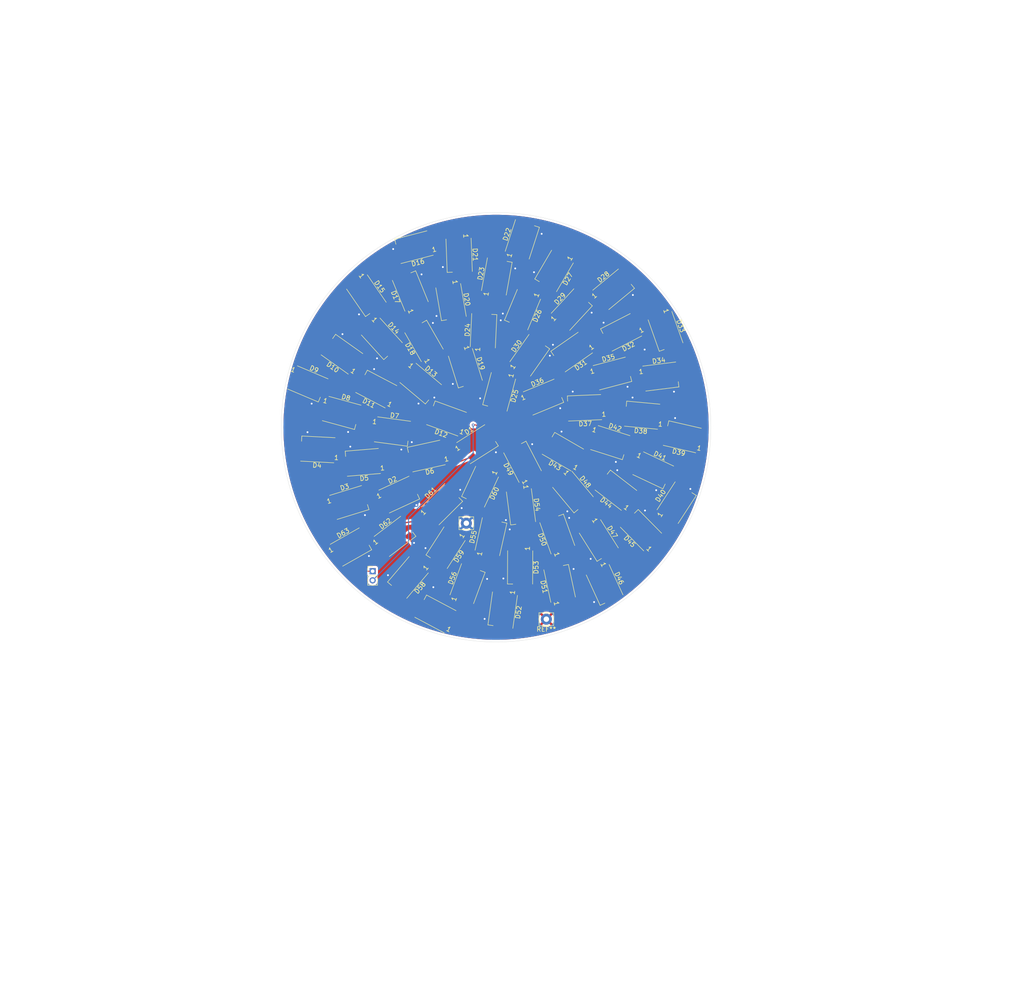
<source format=kicad_pcb>
(kicad_pcb (version 20240108) (generator "pcbnew") (generator_version "8.0")
  (layers (0 "F.Cu" signal) (31 "B.Cu" signal) (34 "B.Paste" user) (35 "F.Paste" user) (36 "B.SilkS" user "B.Silkscreen") (37 "F.SilkS" user "F.Silkscreen") (38 "B.Mask" user) (39 "F.Mask" user) (44 "Edge.Cuts" user))
  (net 0 "")
  (net 1 "GND")
  (net 2 "Net-(D1-DOUT)")
  (net 3 "VCC")
  (net 4 "unconnected-(D1-DIN-Pad4)")
  (net 5 "Net-(D2-DOUT)")
  (net 6 "Net-(D3-DOUT)")
  (net 7 "Net-(D4-DOUT)")
  (net 8 "Net-(D5-DOUT)")
  (net 9 "Net-(D6-DOUT)")
  (net 10 "Net-(D7-DOUT)")
  (net 11 "Net-(D8-DOUT)")
  (net 12 "Net-(D10-DIN)")
  (net 13 "Net-(D10-DOUT)")
  (net 14 "Net-(D11-DOUT)")
  (net 15 "Net-(D12-DOUT)")
  (net 16 "Net-(D13-DOUT)")
  (net 17 "Net-(D14-DOUT)")
  (net 18 "Net-(D15-DOUT)")
  (net 19 "Net-(D16-DOUT)")
  (net 20 "Net-(D17-DOUT)")
  (net 21 "Net-(D18-DOUT)")
  (net 22 "Net-(D19-DOUT)")
  (net 23 "Net-(D20-DOUT)")
  (net 24 "Net-(D21-DOUT)")
  (net 25 "Net-(D22-DOUT)")
  (net 26 "Net-(D23-DOUT)")
  (net 27 "Net-(D24-DOUT)")
  (net 28 "Net-(D25-DOUT)")
  (net 29 "Net-(D26-DOUT)")
  (net 30 "Net-(D27-DOUT)")
  (net 31 "Net-(D28-DOUT)")
  (net 32 "Net-(D29-DOUT)")
  (net 33 "Net-(D30-DOUT)")
  (net 34 "Net-(D31-DOUT)")
  (net 35 "Net-(D32-DOUT)")
  (net 36 "Net-(D33-DOUT)")
  (net 37 "Net-(D34-DOUT)")
  (net 38 "Net-(D35-DOUT)")
  (net 39 "Net-(D36-DOUT)")
  (net 40 "Net-(D37-DOUT)")
  (net 41 "Net-(D38-DOUT)")
  (net 42 "Net-(D39-DOUT)")
  (net 43 "Net-(D40-DOUT)")
  (net 44 "Net-(D41-DOUT)")
  (net 45 "Net-(D42-DOUT)")
  (net 46 "Net-(D43-DOUT)")
  (net 47 "Net-(D44-DOUT)")
  (net 48 "Net-(D45-DOUT)")
  (net 49 "Net-(D46-DOUT)")
  (net 50 "Net-(D47-DOUT)")
  (net 51 "Net-(D48-DOUT)")
  (net 52 "Net-(D49-DOUT)")
  (net 53 "Net-(D50-DOUT)")
  (net 54 "Net-(D51-DOUT)")
  (net 55 "Net-(D52-DOUT)")
  (net 56 "Net-(D53-DOUT)")
  (net 57 "Net-(D54-DOUT)")
  (net 58 "Net-(D55-DOUT)")
  (net 59 "Net-(D56-DOUT)")
  (net 60 "Net-(D57-DOUT)")
  (net 61 "Net-(D58-DOUT)")
  (net 62 "Net-(D59-DOUT)")
  (net 63 "Net-(D60-DOUT)")
  (net 64 "Net-(D61-DOUT)")
  (net 65 "unconnected-(D63-DOUT-Pad2)")
  (net 66 "Net-(D62-DOUT)")
  (footprint "LED_SMD:LED_WS2812B_PLCC4_5.0x5.0mm_P3.2mm" (layer "F.Cu") (at 177.363151 79.239269 -152.812)
    (property "Reference" "D32")
    (property "Value" "WS2812B")
  )
  (footprint "LED_SMD:LED_WS2812B_PLCC4_5.0x5.0mm_P3.2mm" (layer "F.Cu") (at 127.342218 100.935381 -7.636)
    (property "Reference" "D7")
    (property "Value" "WS2812B")
  )
  (footprint "LED_SMD:LED_WS2812B_PLCC4_5.0x5.0mm_P3.2mm" (layer "F.Cu") (at 108.831829 90.516767 -22.972)
    (property "Reference" "D9")
    (property "Value" "WS2812B")
  )
  (footprint "LED_SMD:LED_WS2812B_PLCC4_5.0x5.0mm_P3.2mm" (layer "F.Cu") (at 175.713558 69.803759 39.584)
    (property "Reference" "D28")
    (property "Value" "WS2812B")
  )
  (footprint "LED_SMD:LED_WS2812B_PLCC4_5.0x5.0mm_P3.2mm" (layer "F.Cu") (at 186.034579 88.89779 7.124)
    (property "Reference" "D34")
    (property "Value" "WS2812B")
  )
  (footprint "LED_SMD:LED_WS2812B_PLCC4_5.0x5.0mm_P3.2mm" (layer "F.Cu") (at 116.240892 96.865885 -15.304)
    (property "Reference" "D8")
    (property "Value" "WS2812B")
  )
  (footprint "LED_SMD:LED_WS2812B_PLCC4_5.0x5.0mm_P3.2mm" (layer "F.Cu") (at 138.163374 116.834318 44.888)
    (property "Reference" "D61")
    (property "Value" "WS2812B")
  )
  (footprint "LED_SMD:LED_WS2812B_PLCC4_5.0x5.0mm_P3.2mm" (layer "F.Cu") (at 160.376953 93.399331 22.46)
    (property "Reference" "D36")
    (property "Value" "WS2812B")
  )
  (footprint "LED_SMD:LED_WS2812B_PLCC4_5.0x5.0mm_P3.2mm" (layer "F.Cu") (at 150.680076 92.251613 -105.016)
    (property "Reference" "D25")
    (property "Value" "WS2812B")
  )
  (footprint "LED_SMD:LED_WS2812B_PLCC4_5.0x5.0mm_P3.2mm" (layer "F.Cu") (at 169.368228 95.743036 -177.604)
    (property "Reference" "D37")
    (property "Value" "WS2812B")
  )
  (footprint "LED_SMD:LED_WS2812B_PLCC4_5.0x5.0mm_P3.2mm" (layer "F.Cu") (at 151.450475 140.014323 -97.924)
    (property "Reference" "D52")
    (property "Value" "WS2812B")
  )
  (footprint "LED_SMD:LED_WS2812B_PLCC4_5.0x5.0mm_P3.2mm" (layer "F.Cu") (at 166.565202 74.244533 47.252)
    (property "Reference" "D29")
    (property "Value" "WS2812B")
  )
  (footprint "LED_SMD:LED_WS2812B_PLCC4_5.0x5.0mm_P3.2mm" (layer "F.Cu") (at 134.242194 81.11372 119.84)
    (property "Reference" "D18")
    (property "Value" "WS2812B")
  )
  (footprint "LED_SMD:LED_WS2812B_PLCC4_5.0x5.0mm_P3.2mm" (layer "F.Cu") (at 128.822747 114.731733 24.824)
    (property "Reference" "D2")
    (property "Value" "WS2812B")
  )
  (footprint "LED_SMD:LED_WS2812B_PLCC4_5.0x5.0mm_P3.2mm" (layer "F.Cu") (at 184.374839 109.42711 -25.336)
    (property "Reference" "D41")
    (property "Value" "WS2812B")
  )
  (footprint "LED_SMD:LED_WS2812B_PLCC4_5.0x5.0mm_P3.2mm" (layer "F.Cu") (at 148.890735 123.948267 77.348)
    (property "Reference" "D55")
    (property "Value" "WS2812B")
  )
  (footprint "LED_SMD:LED_WS2812B_PLCC4_5.0x5.0mm_P3.2mm" (layer "F.Cu") (at 164.612234 105.33691 149.936)
    (property "Reference" "D43")
    (property "Value" "WS2812B")
  )
  (footprint "LED_SMD:LED_WS2812B_PLCC4_5.0x5.0mm_P3.2mm" (layer "F.Cu") (at 172.474272 124.782192 -57.796)
    (property "Reference" "D47")
    (property "Value" "WS2812B")
  )
  (footprint "LED_SMD:LED_WS2812B_PLCC4_5.0x5.0mm_P3.2mm" (layer "F.Cu") (at 181.701031 122.52875 134.6)
    (property "Reference" "D45")
    (property "Value" "WS2812B")
  )
  (footprint "Connector_Pin:Pin_D1.2mm_L11.3mm_W3.0mm_Flat" (layer "F.Cu") (at 161 142)
    (property "Reference" "REF**")
    (property "Value" "Pin_D1.2mm_L11.3mm_W3.0mm_Flat")
  )
  (footprint "LED_SMD:LED_WS2812B_PLCC4_5.0x5.0mm_P3.2mm" (layer "F.Cu") (at 189.5 116.5 56.996)
    (property "Reference" "D40")
    (property "Value" "WS2812B")
  )
  (footprint "LED_SMD:LED_WS2812B_PLCC4_5.0x5.0mm_P3.2mm" (layer "F.Cu") (at 175.459905 88.240185 14.792)
    (property "Reference" "D35")
    (property "Value" "WS2812B")
  )
  (footprint "LED_SMD:LED_WS2812B_PLCC4_5.0x5.0mm_P3.2mm" (layer "F.Cu") (at 131.248164 70.190292 112.172)
    (property "Reference" "D17")
    (property "Value" "WS2812B")
  )
  (footprint "LED_SMD:LED_WS2812B_PLCC4_5.0x5.0mm_P3.2mm" (layer "F.Cu") (at 150.165875 67.000416 79.712)
    (property "Reference" "D23")
    (property "Value" "WS2812B")
  )
  (footprint "LED_SMD:LED_WS2812B_PLCC4_5.0x5.0mm_P3.2mm" (layer "F.Cu") (at 166.821343 114.178942 -50.128)
    (property "Reference" "D48")
    (property "Value" "WS2812B")
  )
  (footprint "LED_SMD:LED_WS2812B_PLCC4_5.0x5.0mm_P3.2mm" (layer "F.Cu") (at 120.86933 107.674902 -175.24)
    (property "Reference" "D5")
    (property "Value" "WS2812B")
  )
  (footprint "LED_SMD:LED_WS2812B_PLCC4_5.0x5.0mm_P3.2mm" (layer "F.Cu") (at 155.458579 117.405571 -82.588)
    (property "Reference" "D54")
    (property "Value" "WS2812B")
  )
  (footprint "LED_SMD:LED_WS2812B_PLCC4_5.0x5.0mm_P3.2mm" (layer "F.Cu") (at 147.263846 78.875051 87.38)
    (property "Reference" "D24")
    (property "Value" "WS2812B")
  )
  (footprint "LED_SMD:LED_WS2812B_PLCC4_5.0x5.0mm_P3.2mm" (layer "F.Cu") (at 123.801809 91.63909 152.3)
    (property "Reference" "D11")
    (property "Value" "WS2812B")
  )
  (footprint "LED_SMD:LED_WS2812B_PLCC4_5.0x5.0mm_P3.2mm" (layer "F.Cu") (at 173.746602 134.505055 -65.464)
    (property "Reference" "D46")
    (property "Value" "WS2812B")
  )
  (footprint "LED_SMD:LED_WS2812B_PLCC4_5.0x5.0mm_P3.2mm" (layer "F.Cu") (at 130.726702 132.871568 -130.384)
    (property "Reference" "D58")
    (property "Value" "WS2812B")
  )
  (footprint "LED_SMD:LED_WS2812B_PLCC4_5.0x5.0mm_P3.2mm" (layer "F.Cu") (at 121.637451 71.206496 -55.432)
    (property "Reference" "D15")
    (property "Value" "WS2812B")
  )
  (footprint "LED_SMD:LED_WS2812B_PLCC4_5.0x5.0mm_P3.2mm" (layer "F.Cu") (at 140.153091 72.613171 -80.224)
    (property "Reference" "D20")
    (property "Value" "WS2812B")
  )
  (footprint "LED_SMD:LED_WS2812B_PLCC4_5.0x5.0mm_P3.2mm" (layer "F.Cu") (at 181.961107 97.356593 174.728)
    (property "Reference" "D38")
    (property "Value" "WS2812B")
  )
  (footprint "LED_SMD:LED_WS2812B_PLCC4_5.0x5.0mm_P3.2mm" (layer "F.Cu") (at 163.904701 134.174687 102.14)
    (property "Reference" "D51")
    (property "Value" "WS2812B")
  )
  (footprint "LED_SMD:LED_WS2812B_PLCC4_5.0x5.0mm_P3.2mm" (layer "F.Cu") (at 155.265708 130.663859 -90.256)
    (property "Reference" "D53")
    (property "Value" "WS2812B")
  )
  (footprint "Connector_PinHeader_2.00mm:PinHeader_1x02_P2.00mm_Vertical" (layer "F.Cu") (at 123 131.5)
    (property "Reference" "REF**" (hide yes))
    (property "Value" "PinHeader_1x02_P2.00mm_Vertical")
  )
  (footprint "LED_SMD:LED_WS2812B_PLCC4_5.0x5.0mm_P3.2mm" (layer "F.Cu") (at 139.168183 98.08382 159.968)
    (property "Reference" "D12")
    (property "Value" "WS2812B")
  )
  (footprint "LED_SMD:LED_WS2812B_PLCC4_5.0x5.0mm_P3.2mm" (layer "F.Cu") (at 111.022651 104.849358 177.092)
    (property "Reference" "D4")
    (property "Value" "WS2812B")
  )
  (footprint "LED_SMD:LED_WS2812B_PLCC4_5.0x5.0mm_P3.2mm" (layer "F.Cu") (at 145.944455 103.715179 32.492)
    (property "Reference" "D1")
    (property "Value" "WS2812B")
  )
  (footprint "LED_SMD:LED_WS2812B_PLCC4_5.0x5.0mm_P3.2mm" (layer "F.Cu") (at 190.735404 102.092079 167.06)
    (property "Reference" "D39")
    (property "Value" "WS2812B")
  )
  (footprint "LED_SMD:LED_WS2812B_PLCC4_5.0x5.0mm_P3.2mm" (layer "F.Cu") (at 134.748064 106.295115 -167.572)
    (property "Reference" "D6")
    (property "Value" "WS2812B")
  )
  (footprint "LED_SMD:LED_WS2812B_PLCC4_5.0x5.0mm_P3.2mm" (layer "F.Cu") (at 162.688258 65.794618 -120.352)
    (property "Reference" "D27")
    (property "Value" "WS2812B")
  )
  (footprint "LED_SMD:LED_WS2812B_PLCC4_5.0x5.0mm_P3.2mm" (layer "F.Cu") (at 146.502239 113.010214 -115.048)
    (property "Reference" "D60")
    (property "Value" "WS2812B")
  )
  (footprint "LED_SMD:LED_WS2812B_PLCC4_5.0x5.0mm_P3.2mm" (layer "F.Cu") (at 127.900375 123.882139 37.22)
    (property "Reference" "D62")
    (property "Value" "WS2812B")
  )
  (footprint "LED_SMD:LED_WS2812B_PLCC4_5.0x5.0mm_P3.2mm" (layer "F.Cu") (at 155.796065 107.560134 117.476)
    (property "Reference" "D49")
    (property "Value" "WS2812B")
  )
  (footprint "LED_SMD:LED_WS2812B_PLCC4_5.0x5.0mm_P3.2mm" (layer "F.Cu") (at 143.768409 134.222321 69.68)
    (property "Reference" "D56")
    (property "Value" "WS2812B")
  )
  (footprint "LED_SMD:LED_WS2812B_PLCC4_5.0x5.0mm_P3.2mm" (layer "F.Cu") (at 174.978787 103.363059 -17.668)
    (property "Reference" "D42")
    (property "Value" "WS2812B")
  )
  (footprint "LED_SMD:LED_WS2812B_PLCC4_5.0x5.0mm_P3.2mm" (layer "F.Cu") (at 125.022815 80.650833 -47.764)
    (property "Reference" "D14")
    (property "Value" "WS2812B")
  )
  (footprint "LED_SMD:LED_WS2812B_PLCC4_5.0x5.0mm_P3.2mm" (layer "F.Cu") (at 166.541416 83.541521 -145.144)
    (property "Reference" "D31")
    (property "Value" "WS2812B")
  )
  (footprint "LED_SMD:LED_WS2812B_PLCC4_5.0x5.0mm_P3.2mm" (layer "F.Cu") (at 187.072279 79.008427 -70.48)
    (property "Reference" "D33")
    (property "Value" "WS2812B")
  )
  (footprint "LED_SMD:LED_WS2812B_PLCC4_5.0x5.0mm_P3.2mm" (layer "F.Cu") (at 157.372401 84.247295 54.92)
    (property "Reference" "D30")
    (property "Value" "WS2812B")
  )
  (footprint "LED_SMD:LED_WS2812B_PLCC4_5.0x5.0mm_P3.2mm" (layer "F.Cu") (at 117.909736 116.461014 17.156)
    (property "Reference" "D3")
    (property "Value" "WS2812B")
  )
  (footprint "Connector_Pin:Pin_D1.2mm_L11.3mm_W3.0mm_Flat" (layer "F.Cu") (at 143.5 121)
    (property "Reference" "REF**" (hide yes))
    (property "Value" "Pin_D1.2mm_L11.3mm_W3.0mm_Flat")
  )
  (footprint "LED_SMD:LED_WS2812B_PLCC4_5.0x5.0mm_P3.2mm" (layer "F.Cu") (at 141.924429 62.356472 -87.892)
    (property "Reference" "D21")
    (property "Value" "WS2812B")
  )
  (footprint "LED_SMD:LED_WS2812B_PLCC4_5.0x5.0mm_P3.2mm" (layer "F.Cu") (at 176.216254 113.782524 142.268)
    (property "Reference" "D44")
    (property "Value" "WS2812B")
  )
  (footprint "LED_SMD:LED_WS2812B_PLCC4_5.0x5.0mm_P3.2mm" (layer "F.Cu") (at 155.747456 58.875594 72.044)
    (property "Reference" "D22")
    (property "Value" "WS2812B")
  )
  (footprint "LED_SMD:LED_WS2812B_PLCC4_5.0x5.0mm_P3.2mm" (layer "F.Cu") (at 136.734307 140.856717 152.012)
    (property "Reference" "D57" (hide yes))
    (property "Value" "WS2812B")
  )
  (footprint "LED_SMD:LED_WS2812B_PLCC4_5.0x5.0mm_P3.2mm" (layer "F.Cu") (at 116.294119 84.018334 144.632)
    (property "Reference" "D10")
    (property "Value" "WS2812B")
  )
  (footprint "LED_SMD:LED_WS2812B_PLCC4_5.0x5.0mm_P3.2mm" (layer "F.Cu") (at 138.963891 126.361986 -122.716)
    (property "Reference" "D59")
    (property "Value" "WS2812B")
  )
  (footprint "LED_SMD:LED_WS2812B_PLCC4_5.0x5.0mm_P3.2mm" (layer "F.Cu") (at 143.293422 87.085983 -72.556)
    (property "Reference" "D19")
    (property "Value" "WS2812B")
  )
  (footprint "LED_SMD:LED_WS2812B_PLCC4_5.0x5.0mm_P3.2mm" (layer "F.Cu") (at 155.791713 74.266635 -112.684)
    (property "Reference" "D26")
    (property "Value" "WS2812B")
  )
  (footprint "LED_SMD:LED_WS2812B_PLCC4_5.0x5.0mm_P3.2mm" (layer "F.Cu") (at 132.03811 60.593521 -165.496)
    (property "Reference" "D16")
    (property "Value" "WS2812B")
  )
  (footprint "LED_SMD:LED_WS2812B_PLCC4_5.0x5.0mm_P3.2mm" (layer "F.Cu") (at 163.393923 123.379538 109.808)
    (property "Reference" "D50")
    (property "Value" "WS2812B")
  )
  (footprint "LED_SMD:LED_WS2812B_PLCC4_5.0x5.0mm_P3.2mm" (layer "F.Cu") (at 118.26507 126.208666 29.552)
    (property "Reference" "D63")
    (property "Value" "WS2812B")
  )
  (footprint "LED_SMD:LED_WS2812B_PLCC4_5.0x5.0mm_P3.2mm" (layer "F.Cu") (at 133.515984 90.446087 -40.096)
    (property "Reference" "D13")
    (property "Value" "WS2812B")
  )
  (gr_circle (center 150 100) (end 197 100) (stroke (width 0.05)) (fill none) (layer "Edge.Cuts"))
  (segment (start 178.653146 69.514238) (end 179.927563 71.05562) (width 0.8) (layer "F.Cu") (net 1))
  (segment (start 148.897298 103.790803) (end 149.971661 105.477735) (width 0.8) (layer "F.Cu") (net 1))
  (segment (start 146.16652 132.497774) (end 148.042055 133.1923) (width 0.8) (layer "F.Cu") (net 1))
  (segment (start 163.318437 102.681521) (end 164.320371 100.950589) (width 0.8) (layer "F.Cu") (net 1))
  (segment (start 134.327436 93.286254) (end 133.039296 94.816186) (width 0.8) (layer "F.Cu") (net 1))
  (segment (start 158.072392 57.053598) (end 159.974979 57.670171) (width 0.8) (layer "F.Cu") (net 1))
  (segment (start 131.739094 115.200687) (end 132.578758 117.01589) (width 0.8) (layer "F.Cu") (net 1))
  (segment (start 148.45165 94.190458) (end 146.519943 93.672281) (width 0.8) (layer "F.Cu") (net 1))
  (segment (start 110.443569 92.992104) (end 109.663007 94.833495) (width 0.8) (layer "F.Cu") (net 1))
  (segment (start 163.587967 83.58776) (end 162.444936 81.946578) (width 0.8) (layer "F.Cu") (net 1))
  (segment (start 156.129578 104.625212) (end 157.903986 103.702458) (width 0.8) (layer "F.Cu") (net 1))
  (segment (start 188.717107 99.935351) (end 189.164968 97.986141) (width 0.8) (layer "F.Cu") (net 1))
  (segment (start 135.345167 135.938573) (end 135.345167 138.249939) (width 0.2) (layer "F.Cu") (net 1))
  (segment (start 164.116068 120.515362) (end 165.997734 119.837624) (width 0.8) (layer "F.Cu") (net 1))
  (segment (start 172.383806 127.734617) (end 170.691495 128.800487) (width 0.8) (layer "F.Cu") (net 1))
  (segment (start 118.290859 106.233899) (end 118.124895 104.240797) (width 0.8) (layer "F.Cu") (net 1))
  (segment (start 129.551241 102.896303) (end 129.285483 104.878567) (width 0.8) (layer "F.Cu") (net 1))
  (segment (start 136.251483 127.531533) (end 134.568764 126.450583) (width 0.8) (layer "F.Cu") (net 1))
  (segment (start 132.000374 105.21105) (end 131.569949 103.257916) (width 0.8) (layer "F.Cu") (net 1))
  (segment (start 176.812447 105.678808) (end 176.205446 107.58447) (width 0.8) (layer "F.Cu") (net 1))
  (segment (start 136.28374 135) (end 135.345167 135.938573) (width 0.2) (layer "F.Cu") (net 1))
  (segment (start 137.431604 95.694408) (end 137.431604 94.431604) (width 0.8) (layer "F.Cu") (net 1))
  (segment (start 143.970141 114.531227) (end 142.158235 113.684473) (width 0.8) (layer "F.Cu") (net 1))
  (segment (start 125.44804 83.573877) (end 123.967276 84.918248) (width 0.8) (layer "F.Cu") (net 1))
  (segment (start 131.851554 67.298766) (end 133.703664 66.54399) (width 0.8) (layer "F.Cu") (net 1))
  (segment (start 130.849403 123.714116) (end 132.059157 125.306753) (width 0.8) (layer "F.Cu") (net 1))
  (segment (start 153.604778 133.106462) (end 151.604798 133.097526) (width 0.8) (layer "F.Cu") (net 1))
  (segment (start 160.026399 67.075051) (end 158.300525 66.064429) (width 0.8) (layer "F.Cu") (net 1))
  (segment (start 160.130742 83.190624) (end 161.767442 84.340063) (width 0.8) (layer "F.Cu") (net 1))
  (segment (start 166.85139 94.196903) (end 166.767779 92.198652) (width 0.8) (layer "F.Cu") (net 1))
  (segment (start 122.399584 89.039328) (end 123.329268 87.268541) (width 0.8) (layer "F.Cu") (net 1))
  (segment (start 182.5 83) (end 185.204683 83) (width 0.2) (layer "F.Cu") (net 1))
  (segment (start 169.439872 73.565364) (end 170.908564 74.922914) (width 0.8) (layer "F.Cu") (net 1))
  (segment (start 121.210148 126.435642) (end 122.196574 128.175458) (width 0.8) (layer "F.Cu") (net 1))
  (segment (start 149.478474 142.213462) (end 147.497571 141.937744) (width 0.8) (layer "F.Cu") (net 1))
  (segment (start 115.251326 81.254716) (end 116.408977 79.623814) (width 0.8) (layer "F.Cu") (net 1))
  (segment (start 128.890297 59.609703) (end 127.5 61) (width 0.8) (layer "F.Cu") (net 1))
  (segment (start 174.429942 78.891008) (end 173.516119 77.111984) (width 0.8) (layer "F.Cu") (net 1))
  (segment (start 121.668844 74.16014) (end 120.021938 75.294907) (width 0.8) (layer "F.Cu") (net 1))
  (segment (start 154.138424 120.047955) (end 152.155136 120.305961) (width 0.8) (layer "F.Cu") (net 1))
  (segment (start 188.670293 90.23121) (end 188.918327 92.21577) (width 0.8) (layer "F.Cu") (net 1))
  (segment (start 181.155599 119.625734) (end 182.579651 118.221428) (width 0.8) (layer "F.Cu") (net 1))
  (segment (start 153.324509 75.890797) (end 151.479218 75.119501) (width 0.8) (layer "F.Cu") (net 1))
  (segment (start 140.365665 64.865506) (end 138.367019 64.939072) (width 0.8) (layer "F.Cu") (net 1))
  (segment (start 178.249972 89.209991) (end 178.760593 91.143709) (width 0.8) (layer "F.Cu") (net 1))
  (segment (start 192.5 113.5) (end 192.5 115.062354) (width 0.2) (layer "F.Cu") (net 1))
  (segment (start 165.002564 131.43248) (end 166.957837 131.011878) (width 0.8) (layer "F.Cu") (net 1))
  (segment (start 163.271475 93.988179) (end 164.035551 95.836471) (width 0.8) (layer "F.Cu") (net 1))
  (segment (start 149.024115 76.503036) (end 151.022024 76.594459) (width 0.8) (layer "F.Cu") (net 1))
  (segment (start 127.882493 133.668733) (end 126.359055 132.372919) (width 0.8) (layer "F.Cu") (net 1))
  (segment (start 179.67308 95.488457) (end 179.856847 93.496918) (width 0.8) (layer "F.Cu") (net 1))
  (segment (start 173.262995 137.419008) (end 171.443594 138.249537) (width 0.8) (layer "F.Cu") (net 1))
  (segment (start 108.659514 103.077188) (end 108.760978 101.079764) (width 0.8) (layer "F.Cu") (net 1))
  (segment (start 152.226908 64.88449) (end 154.194752 65.241682) (width 0.8) (layer "F.Cu") (net 1))
  (segment (start 118.168511 99.104028) (end 117.640631 101.033105) (width 0.8) (layer "F.Cu") (net 1))
  (segment (start 142.45375 89.917935) (end 140.54573 90.517482) (width 0.8) (layer "F.Cu") (net 1))
  (segment (start 192.218253 115.344101) (end 192.344101 115.344101) (width 0.2) (layer "F.Cu") (net 1))
  (segment (start 175.288342 110.978245) (end 176.512279 109.396482) (width 0.8) (layer "F.Cu") (net 1))
  (segment (start 120.737431 117.31491) (end 121.327379 119.22592) (width 0.8) (layer "F.Cu") (net 1))
  (segment (start 134.454364 78.167539) (end 136.1892 77.17238) (width 0.8) (layer "F.Cu") (net 1))
  (segment (start 192.344101 115.344101) (end 192.5 115.5) (width 0.2) (layer "F.Cu") (net 1))
  (segment (start 129.252953 59.609703) (end 128.890297 59.609703) (width 0.8) (layer "F.Cu") (net 1))
  (segment (start 151.037291 121.919155) (end 152.988727 122.357212) (width 0.8) (layer "F.Cu") (net 1))
  (segment (start 192.5 115.062354) (end 192.218253 115.344101) (width 0.2) (layer "F.Cu") (net 1))
  (segment (start 185.204683 83) (end 186.335746 81.868937) (width 0.2) (layer "F.Cu") (net 1))
  (segment (start 185.883105 111.966821) (end 185.027254 113.774448) (width 0.8) (layer "F.Cu") (net 1))
  (segment (start 141.063612 116.274301) (end 142.475058 117.691276) (width 0.8) (layer "F.Cu") (net 1))
  (segment (start 137.431604 94.431604) (end 136.5 93.5) (width 0.8) (layer "F.Cu") (net 1))
  (segment (start 167.125636 117.117038) (end 165.590679 118.399187) (width 0.8) (layer "F.Cu") (net 1))
  (segment (start 138.943052 75.307759) (end 136.972094 75.647352) (width 0.8) (layer "F.Cu") (net 1))
  (via (at 173.516119 77.111984) (size 0.8) (drill 0.4) (layers "F.Cu" "B.Cu") (net 1))
  (via (at 179.856847 93.496918) (size 0.8) (drill 0.4) (layers "F.Cu" "B.Cu") (net 1))
  (via (at 126.359055 132.372919) (size 0.8) (drill 0.4) (layers "F.Cu" "B.Cu") (net 1))
  (via (at 171.443594 138.249537) (size 0.8) (drill 0.4) (layers "F.Cu" "B.Cu") (net 1))
  (via (at 136.5 93.5) (size 0.8) (drill 0.4) (layers "F.Cu" "B.Cu") (net 1))
  (via (at 131.569949 103.257916) (size 0.8) (drill 0.4) (layers "F.Cu" "B.Cu") (net 1))
  (via (at 132.059157 125.306753) (size 0.8) (drill 0.4) (layers "F.Cu" "B.Cu") (net 1))
  (via (at 133.039296 94.816186) (size 0.8) (drill 0.4) (layers "F.Cu" "B.Cu") (net 1))
  (via (at 132.578758 117.01589) (size 0.8) (drill 0.4) (layers "F.Cu" "B.Cu") (net 1))
  (via (at 182.5 83) (size 0.8) (drill 0.4) (layers "F.Cu" "B.Cu") (net 1))
  (via (at 121.327379 119.22592) (size 0.8) (drill 0.4) (layers "F.Cu" "B.Cu") (net 1))
  (via (at 185.027254 113.774448) (size 0.8) (drill 0.4) (layers "F.Cu" "B.Cu") (net 1))
  (via (at 136.1892 77.17238) (size 0.8) (drill 0.4) (layers "F.Cu" "B.Cu") (net 1))
  (via (at 134.568764 126.450583) (size 0.8) (drill 0.4) (layers "F.Cu" "B.Cu") (net 1))
  (via (at 151.022024 76.594459) (size 0.8) (drill 0.4) (layers "F.Cu" "B.Cu") (net 1))
  (via (at 154.194752 65.241682) (size 0.8) (drill 0.4) (layers "F.Cu" "B.Cu") (net 1))
  (via (at 142.475058 117.691276) (size 0.8) (drill 0.4) (layers "F.Cu" "B.Cu") (net 1))
  (via (at 117.640631 101.033105) (size 0.8) (drill 0.4) (layers "F.Cu" "B.Cu") (net 1))
  (via (at 127.5 61) (size 0.8) (drill 0.4) (layers "F.Cu" "B.Cu") (net 1))
  (via (at 123.967276 84.918248) (size 0.8) (drill 0.4) (layers "F.Cu" "B.Cu") (net 1))
  (via (at 152.988727 122.357212) (size 0.8) (drill 0.4) (layers "F.Cu" "B.Cu") (net 1))
  (via (at 176.205446 107.58447) (size 0.8) (drill 0.4) (layers "F.Cu" "B.Cu") (net 1))
  (via (at 164.320371 100.950589) (size 0.8) (drill 0.4) (layers "F.Cu" "B.Cu") (net 1))
  (via (at 151.479218 75.119501) (size 0.8) (drill 0.4) (layers "F.Cu" "B.Cu") (net 1))
  (via (at 120.021938 75.294907) (size 0.8) (drill 0.4) (layers "F.Cu" "B.Cu") (net 1))
  (via (at 149.971661 105.477735) (size 0.8) (drill 0.4) (layers "F.Cu" "B.Cu") (net 1))
  (via (at 138.367019 64.939072) (size 0.8) (drill 0.4) (layers "F.Cu" "B.Cu") (net 1))
  (via (at 178.760593 91.143709) (size 0.8) (drill 0.4) (layers "F.Cu" "B.Cu") (net 1))
  (via (at 142.158235 113.684473) (size 0.8) (drill 0.4) (layers "F.Cu" "B.Cu") (net 1))
  (via (at 148.042055 133.1923) (size 0.8) (drill 0.4) (layers "F.Cu" "B.Cu") (net 1))
  (via (at 164.035551 95.836471) (size 0.8) (drill 0.4) (layers "F.Cu" "B.Cu") (net 1))
  (via (at 158.300525 66.064429) (size 0.8) (drill 0.4) (layers "F.Cu" "B.Cu") (net 1))
  (via (at 179.927563 71.05562) (size 0.8) (drill 0.4) (layers "F.Cu" "B.Cu") (net 1))
  (via (at 151.604798 133.097526) (size 0.8) (drill 0.4) (layers "F.Cu" "B.Cu") (net 1))
  (via (at 157.903986 103.702458) (size 0.8) (drill 0.4) (layers "F.Cu" "B.Cu") (net 1))
  (via (at 116.408977 79.623814) (size 0.8) (drill 0.4) (layers "F.Cu" "B.Cu") (net 1))
  (via (at 170.908564 74.922914) (size 0.8) (drill 0.4) (layers "F.Cu" "B.Cu") (net 1))
  (via (at 147.497571 141.937744) (size 0.8) (drill 0.4) (layers "F.Cu" "B.Cu") (net 1))
  (via (at 166.767779 92.198652) (size 0.8) (drill 0.4) (layers "F.Cu" "B.Cu") (net 1))
  (via (at 133.703664 66.54399) (size 0.8) (drill 0.4) (layers "F.Cu" "B.Cu") (net 1))
  (via (at 170.691495 128.800487) (size 0.8) (drill 0.4) (layers "F.Cu" "B.Cu") (net 1))
  (via (at 165.590679 118.399187) (size 0.8) (drill 0.4) (layers "F.Cu" "B.Cu") (net 1))
  (via (at 129.285483 104.878567) (size 0.8) (drill 0.4) (layers "F.Cu" "B.Cu") (net 1))
  (via (at 109.663007 94.833495) (size 0.8) (drill 0.4) (layers "F.Cu" "B.Cu") (net 1))
  (via (at 182.579651 118.221428) (size 0.8) (drill 0.4) (layers "F.Cu" "B.Cu") (net 1))
  (via (at 136.972094 75.647352) (size 0.8) (drill 0.4) (layers "F.Cu" "B.Cu") (net 1))
  (via (at 176.512279 109.396482) (size 0.8) (drill 0.4) (layers "F.Cu" "B.Cu") (net 1))
  (via (at 161.767442 84.340063) (size 0.8) (drill 0.4) (layers "F.Cu" "B.Cu") (net 1))
  (via (at 189.164968 97.986141) (size 0.8) (drill 0.4) (layers "F.Cu" "B.Cu") (net 1))
  (via (at 118.124895 104.240797) (size 0.8) (drill 0.4) (layers "F.Cu" "B.Cu") (net 1))
  (via (at 165.997734 119.837624) (size 0.8) (drill 0.4) (layers "F.Cu" "B.Cu") (net 1))
  (via (at 159.974979 57.670171) (size 0.8) (drill 0.4) (layers "F.Cu" "B.Cu") (net 1))
  (via (at 122.196574 128.175458) (size 0.8) (drill 0.4) (layers "F.Cu" "B.Cu") (net 1))
  (via (at 188.918327 92.21577) (size 0.8) (drill 0.4) (layers "F.Cu" "B.Cu") (net 1))
  (via (at 140.54573 90.517482) (size 0.8) (drill 0.4) (layers "F.Cu" "B.Cu") (net 1))
  (via (at 192.5 113.5) (size 0.8) (drill 0.4) (layers "F.Cu" "B.Cu") (net 1))
  (via (at 146.519943 93.672281) (size 0.8) (drill 0.4) (layers "F.Cu" "B.Cu") (net 1))
  (via (at 123.329268 87.268541) (size 0.8) (drill 0.4) (layers "F.Cu" "B.Cu") (net 1))
  (via (at 166.957837 131.011878) (size 0.8) (drill 0.4) (layers "F.Cu" "B.Cu") (net 1))
  (via (at 162.444936 81.946578) (size 0.8) (drill 0.4) (layers "F.Cu" "B.Cu") (net 1))
  (via (at 152.155136 120.305961) (size 0.8) (drill 0.4) (layers "F.Cu" "B.Cu") (net 1))
  (via (at 108.760978 101.079764) (size 0.8) (drill 0.4) (layers "F.Cu" "B.Cu") (net 1))
  (via (at 136.28374 135) (size 0.8) (drill 0.4) (layers "F.Cu" "B.Cu") (net 1))
  (segment (start 144.764312 106.422994) (end 130.353648 112.205601) (width 0.25) (layer "F.Cu") (net 2))
  (segment (start 145 99.5) (end 145.617234 99.5) (width 0.2) (layer "F.Cu") (net 4))
  (segment (start 145.617234 99.5) (end 147.124598 101.007364) (width 0.2) (layer "F.Cu") (net 4))
  (via (at 145 99.5) (size 0.6) (drill 0.3) (layers "F.Cu" "B.Cu") (net 4))
  (segment (start 145 105.584598) (end 130.869949 119.714649) (width 0.2) (layer "B.Cu") (net 4))
  (segment (start 130.869949 119.714649) (end 130.869949 125.630051) (width 0.2) (layer "B.Cu") (net 4))
  (segment (start 130.869949 125.630051) (end 123 133.5) (width 0.2) (layer "B.Cu") (net 4))
  (segment (start 145 99.5) (end 145 105.584598) (width 0.2) (layer "B.Cu") (net 4))
  (segment (start 127.291846 117.257865) (end 119.764016 114.161743) (width 0.25) (layer "F.Cu") (net 5))
  (segment (start 110.5 115) (end 110.5 108.380842) (width 0.25) (layer "F.Cu") (net 6))
  (segment (start 114.260285 118.760285) (end 110.5 115) (width 0.25) (layer "F.Cu") (net 6))
  (segment (start 110.5 108.380842) (end 108.492097 106.372939) (width 0.25) (layer "F.Cu") (net 6))
  (segment (start 116.055456 118.760285) (end 114.260285 118.760285) (width 0.25) (layer "F.Cu") (net 6))
  (segment (start 113.553205 103.325777) (end 118.5647 109.522517) (width 0.25) (layer "F.Cu") (net 7))
  (segment (start 123.17396 105.827287) (end 132.710575 108.433722) (width 0.25) (layer "F.Cu") (net 8))
  (segment (start 136.785553 104.156508) (end 129.989743 99.625567) (width 0.25) (layer "F.Cu") (net 9))
  (segment (start 124.694693 102.245195) (end 119.039514 95.92105) (width 0.25) (layer "F.Cu") (net 10))
  (segment (start 113.44227 97.81072) (end 111.731497 89.953808) (width 0.25) (layer "F.Cu") (net 11))
  (segment (start 105.932161 91.079726) (end 113.341201 83.945705) (width 0.25) (layer "F.Cu") (net 12))
  (segment (start 119.247037 84.090963) (end 120.865605 91.961126) (width 0.25) (layer "F.Cu") (net 13))
  (segment (start 126.738013 91.317054) (end 136.301205 98.794762) (width 0.25) (layer "F.Cu") (net 14))
  (segment (start 142.035161 97.372878) (end 136.452867 90.761865) (width 0.25) (layer "F.Cu") (net 15))
  (segment (start 130.579101 90.130309) (end 127.891301 81.355663) (width 0.25) (layer "F.Cu") (net 16))
  (segment (start 122.154329 79.946003) (end 124.38624 72.287773) (width 0.25) (layer "F.Cu") (net 17))
  (segment (start 124.695468 62.804532) (end 130.07943 62.804532) (width 0.25) (layer "F.Cu") (net 18))
  (segment (start 122 65.5) (end 124.695468 62.804532) (width 0.25) (layer "F.Cu") (net 18))
  (segment (start 118.888662 70.125219) (end 118.888662 66.611338) (width 0.25) (layer "F.Cu") (net 18))
  (segment (start 120 65.5) (end 122 65.5) (width 0.25) (layer "F.Cu") (net 18))
  (segment (start 118.888662 66.611338) (end 120 65.5) (width 0.25) (layer "F.Cu") (net 18))
  (segment (start 133.99679 58.38251) (end 128.795572 68.544148) (width 0.25) (layer "F.Cu") (net 19))
  (segment (start 133.700756 71.836436) (end 131.591884 79.809552) (width 0.25) (layer "F.Cu") (net 20))
  (segment (start 143.009407 86.990593) (end 143.295521 87.204479) (width 0.25) (layer "F.Cu") (net 21))
  (segment (start 145.019724 88.928682) (end 143.295521 87.204479) (width 0.25) (layer "F.Cu") (net 21))
  (segment (start 145.601984 88.928682) (end 145.019724 88.928682) (width 0.25) (layer "F.Cu") (net 21))
  (segment (start 140 88) (end 141 88) (width 0.25) (layer "F.Cu") (net 21))
  (segment (start 136.892504 82.417888) (end 136.892504 84.892504) (width 0.25) (layer "F.Cu") (net 21))
  (segment (start 142.009407 86.990593) (end 143.009407 86.990593) (width 0.25) (layer "F.Cu") (net 21))
  (segment (start 136.892504 84.892504) (end 140 88) (width 0.25) (layer "F.Cu") (net 21))
  (segment (start 141 88) (end 142.009407 86.990593) (width 0.25) (layer "F.Cu") (net 21))
  (segment (start 140.98486 85.243284) (end 142.195133 74.74743) (width 0.25) (layer "F.Cu") (net 22))
  (segment (start 138.111049 70.478912) (end 143.663431 64.744122) (width 0.25) (layer "F.Cu") (net 23))
  (segment (start 140.185427 59.968822) (end 143.654249 56.5) (width 0.25) (layer "F.Cu") (net 24))
  (segment (start 146.5 56.5) (end 146.963748 56.036252) (width 0.25) (layer "F.Cu") (net 24))
  (segment (start 146.963748 56.036252) (end 154.933124 56.036252) (width 0.25) (layer "F.Cu") (net 24))
  (segment (start 143.654249 56.5) (end 146.5 56.5) (width 0.25) (layer "F.Cu") (net 24))
  (segment (start 156.561788 61.714936) (end 148.979963 64.295122) (width 0.25) (layer "F.Cu") (net 25))
  (segment (start 151.351787 69.70571) (end 145.727564 76.352188) (width 0.25) (layer "F.Cu") (net 26))
  (segment (start 151.638967 95.045451) (end 151.638967 94.138967) (width 0.25) (layer "F.Cu") (net 27))
  (segment (start 151.638967 94.138967) (end 148 90.5) (width 0.25) (layer "F.Cu") (net 27))
  (segment (start 148 88.5) (end 148.800128 87.699872) (width 0.25) (layer "F.Cu") (net 27))
  (segment (start 148 90.5) (end 148 88.5) (width 0.25) (layer "F.Cu") (net 27))
  (segment (start 148.800128 87.699872) (end 148.800128 81.397914) (width 0.25) (layer "F.Cu") (net 27))
  (segment (start 149.721185 89.457775) (end 156.36924 77.163437) (width 0.25) (layer "F.Cu") (net 28))
  (segment (start 155.214186 71.369833) (end 162.874093 68.742578) (width 0.25) (layer "F.Cu") (net 29))
  (segment (start 164.349081 61) (end 167 61) (width 0.25) (layer "F.Cu") (net 30))
  (segment (start 162.502423 62.846658) (end 164.349081 61) (width 0.25) (layer "F.Cu") (net 30))
  (segment (start 167 61) (end 172.970957 66.970957) (width 0.25) (layer "F.Cu") (net 30))
  (segment (start 172.970957 66.970957) (end 176.550357 66.970957) (width 0.25) (layer "F.Cu") (net 30))
  (segment (start 174.876759 72.636561) (end 167.01653 71.325406) (width 0.25) (layer "F.Cu") (net 31))
  (segment (start 166.113874 77.16366) (end 157.430186 81.294049) (width 0.25) (layer "F.Cu") (net 32))
  (segment (start 157.314616 87.200541) (end 165.473969 86.29571) (width 0.25) (layer "F.Cu") (net 33))
  (segment (start 167.608863 80.787332) (end 175.937751 81.826397) (width 0.25) (layer "F.Cu") (net 34))
  (segment (start 178.788551 76.652141) (end 189.446078 80.766289) (width 0.25) (layer "F.Cu") (net 35))
  (segment (start 191.5 81) (end 189 78.5) (width 0.25) (layer "F.Cu") (net 36))
  (segment (start 185.947915 78.5) (end 184.69848 77.250565) (width 0.25) (layer "F.Cu") (net 36))
  (segment (start 188.261037 86.956686) (end 191.5 83.717723) (width 0.25) (layer "F.Cu") (net 36))
  (segment (start 189 78.5) (end 185.947915 78.5) (width 0.25) (layer "F.Cu") (net 36))
  (segment (start 191.5 83.717723) (end 191.5 81) (width 0.25) (layer "F.Cu") (net 36))
  (segment (start 183.808121 90.838894) (end 177.407447 86.019356) (width 0.25) (layer "F.Cu") (net 37))
  (segment (start 173.512363 90.461014) (end 162.010749 90.938495) (width 0.25) (layer "F.Cu") (net 38))
  (segment (start 158.743157 95.860167) (end 166.98935 97.494018) (width 0.25) (layer "F.Cu") (net 39))
  (segment (start 171.747106 93.992054) (end 179.369863 98.774497) (width 0.25) (layer "F.Cu") (net 40))
  (segment (start 184.552351 95.938689) (end 187.978136 103.151548) (width 0.25) (layer "F.Cu") (net 41))
  (segment (start 189.450765 111.549235) (end 189.450765 113.546599) (width 0.2) (layer "F.Cu") (net 42))
  (segment (start 195 102.539938) (end 195 106) (width 0.2) (layer "F.Cu") (net 42))
  (segment (start 193.492672 101.03261) (end 195 102.539938) (width 0.2) (layer "F.Cu") (net 42))
  (segment (start 195 106) (end 189.450765 111.549235) (width 0.2) (layer "F.Cu") (net 42))
  (segment (start 187.295261 112.985127) (end 187.295261 108.984235) (width 0.2) (layer "F.Cu") (net 43))
  (segment (start 189.549235 119.453401) (end 189.549235 115.239101) (width 0.2) (layer "F.Cu") (net 43))
  (segment (start 189.549235 115.239101) (end 187.295261 112.985127) (width 0.2) (layer "F.Cu") (net 43))
  (segment (start 181.454417 109.869985) (end 177.814 102.534465) (width 0.25) (layer "F.Cu") (net 44))
  (segment (start 167.5 102.5) (end 164.46244 105.53756) (width 0.25) (layer "F.Cu") (net 45))
  (segment (start 170.451921 102.5) (end 167.5 102.5) (width 0.25) (layer "F.Cu") (net 45))
  (segment (start 172.143574 104.191653) (end 172.018442 104.191653) (width 0.25) (layer "F.Cu") (net 45))
  (segment (start 164.46244 105.53756) (end 161.665246 105.53756) (width 0.25) (layer "F.Cu") (net 45))
  (segment (start 172.143574 104.191653) (end 170.451921 102.5) (width 0.25) (layer "F.Cu") (net 45))
  (segment (start 167.559222 105.13626) (end 173.268845 113.588155) (width 0.25) (layer "F.Cu") (net 46))
  (segment (start 179.163663 113.976893) (end 178.805913 121.942839) (width 0.25) (layer "F.Cu") (net 47))
  (segment (start 184.596149 123.114661) (end 184.596149 127.903851) (width 0.25) (layer "F.Cu") (net 48))
  (segment (start 184.596149 127.903851) (end 181.5 131) (width 0.25) (layer "F.Cu") (net 48))
  (segment (start 181.313641 131) (end 176.265007 136.048634) (width 0.25) (layer "F.Cu") (net 48))
  (segment (start 181.5 131) (end 181.313641 131) (width 0.25) (layer "F.Cu") (net 48))
  (segment (start 171.228197 132.961476) (end 175.176121 125.975931) (width 0.25) (layer "F.Cu") (net 49))
  (segment (start 169.772423 123.588453) (end 169.658315 115.001491) (width 0.25) (layer "F.Cu") (net 50))
  (segment (start 160.5 109.872022) (end 160.5 108) (width 0.25) (layer "F.Cu") (net 51))
  (segment (start 154.554048 107.5) (end 153.201804 106.147756) (width 0.25) (layer "F.Cu") (net 51))
  (segment (start 160 107.5) (end 154.554048 107.5) (width 0.25) (layer "F.Cu") (net 51))
  (segment (start 163.984371 113.356393) (end 160.5 109.872022) (width 0.25) (layer "F.Cu") (net 51))
  (segment (start 160.5 108) (end 160 107.5) (width 0.25) (layer "F.Cu") (net 51))
  (segment (start 158.390326 108.972512) (end 161.011318 121.63363) (width 0.25) (layer "F.Cu") (net 52))
  (segment (start 165.776528 125.125446) (end 161.776363 132.126474) (width 0.25) (layer "F.Cu") (net 53))
  (segment (start 161 135.5) (end 159.915363 135.5) (width 0.25) (layer "F.Cu") (net 54))
  (segment (start 165.92552 136.2229) (end 164.70262 135) (width 0.25) (layer "F.Cu") (net 54))
  (segment (start 164.70262 135) (end 161.5 135) (width 0.25) (layer "F.Cu") (net 54))
  (segment (start 161.5 135) (end 161 135.5) (width 0.25) (layer "F.Cu") (net 54))
  (segment (start 166.033039 136.2229) (end 165.92552 136.2229) (width 0.25) (layer "F.Cu") (net 54))
  (segment (start 159.915363 135.5) (end 152.746965 142.668398) (width 0.25) (layer "F.Cu") (net 54))
  (segment (start 150.153985 137.360248) (end 156.904745 133.121207) (width 0.25) (layer "F.Cu") (net 55))
  (segment (start 153.626671 128.206511) (end 157.41085 119.622244) (width 0.25) (layer "F.Cu") (net 56))
  (segment (start 153.506308 115.188898) (end 147.81742 121.196359) (width 0.25) (layer "F.Cu") (net 57))
  (segment (start 149.96405 126.700175) (end 143.071887 131.351806) (width 0.25) (layer "F.Cu") (net 58))
  (segment (start 143 141.5) (end 142.5 141.5) (width 0.25) (layer "F.Cu") (net 59))
  (segment (start 142 142) (end 137.5 142) (width 0.25) (layer "F.Cu") (net 59))
  (segment (start 137.5 142) (end 136.66399 141.16399) (width 0.25) (layer "F.Cu") (net 59))
  (segment (start 136.66399 141.16399) (end 133.796522 141.16399) (width 0.25) (layer "F.Cu") (net 59))
  (segment (start 143 138.557767) (end 143 141.5) (width 0.25) (layer "F.Cu") (net 59))
  (segment (start 142.5 141.5) (end 142 142) (width 0.25) (layer "F.Cu") (net 59))
  (segment (start 144.464931 137.092836) (end 143 138.557767) (width 0.25) (layer "F.Cu") (net 59))
  (segment (start 134 139) (end 133.589339 139) (width 0.25) (layer "F.Cu") (net 60))
  (segment (start 139.672092 140.549444) (end 135.549444 140.549444) (width 0.25) (layer "F.Cu") (net 60))
  (segment (start 135.549444 140.549444) (end 134 139) (width 0.25) (layer "F.Cu") (net 60))
  (segment (start 133.589339 139) (end 130.396166 135.806827) (width 0.25) (layer "F.Cu") (net 60))
  (segment (start 131.057238 129.936309) (end 139.02797 129.315102) (width 0.25) (layer "F.Cu") (net 61))
  (segment (start 141.5 122.5) (end 139.808682 122.5) (width 0.25) (layer "F.Cu") (net 62))
  (segment (start 142.5 123.5) (end 141.5 122.5) (width 0.25) (layer "F.Cu") (net 62))
  (segment (start 146.5 120) (end 146.5 120.5) (width 0.25) (layer "F.Cu") (net 62))
  (segment (start 146.959788 115.928373) (end 146.959788 119.540212) (width 0.25) (layer "F.Cu") (net 62))
  (segment (start 146 121) (end 146 123.5) (width 0.25) (layer "F.Cu") (net 62))
  (segment (start 139.808682 122.5) (end 138.899812 123.40887) (width 0.25) (layer "F.Cu") (net 62))
  (segment (start 146.959788 119.540212) (end 146.5 120) (width 0.25) (layer "F.Cu") (net 62))
  (segment (start 146.5 120.5) (end 146 121) (width 0.25) (layer "F.Cu") (net 62))
  (segment (start 146 123.5) (end 142.5 123.5) (width 0.25) (layer "F.Cu") (net 62))
  (segment (start 146.04469 110.092055) (end 138.734725 113.936292) (width 0.25) (layer "F.Cu") (net 63))
  (segment (start 137.592023 119.732344) (end 128.853309 121.086264) (width 0.25) (layer "F.Cu") (net 64))
  (segment (start 116.947596 128.852387) (end 116.947596 128.947596) (width 0.2) (layer "F.Cu") (net 65))
  (segment (start 116.947596 128.947596) (end 119.5 131.5) (width 0.2) (layer "F.Cu") (net 65))
  (segment (start 119.5 131.5) (end 123 131.5) (width 0.2) (layer "F.Cu") (net 65))
  (segment (start 126.947441 126.678014) (end 119.582544 123.564945) (width 0.25) (layer "F.Cu") (net 66))
  (zone (net 3) (net_name "VCC") (layer "F.Cu") (connect_pads (clearance 0.5)) (min_thickness 0.25) (fill yes (thermal_gap 0.5) (thermal_bridge_width 0.5))
    (polygon (pts (xy 53 16) (xy 240 16) (xy 241 210.5) (xy 65 196.5)))
  )
  (zone (net 1) (net_name "GND") (layer "B.Cu") (priority 1) (connect_pads (clearance 0.5)) (min_thickness 0.25) (fill yes (thermal_gap 0.5) (thermal_bridge_width 0.5))
    (polygon (pts (xy 41.5 6.5) (xy 265.5 12.5) (xy 263 222.5) (xy 48 215)))
  )
)
</source>
